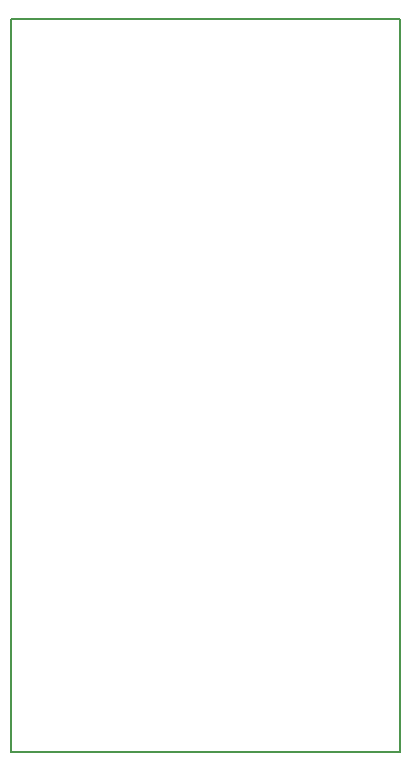
<source format=gbr>
G04 #@! TF.FileFunction,Profile,NP*
%FSLAX46Y46*%
G04 Gerber Fmt 4.6, Leading zero omitted, Abs format (unit mm)*
G04 Created by KiCad (PCBNEW 4.0.7-e2-6376~58~ubuntu16.04.1) date Wed Nov  1 22:14:58 2017*
%MOMM*%
%LPD*%
G01*
G04 APERTURE LIST*
%ADD10C,0.100000*%
%ADD11C,0.150000*%
G04 APERTURE END LIST*
D10*
D11*
X133000000Y-50000000D02*
X133000000Y-112000000D01*
X100000000Y-112000000D02*
X100000000Y-50000000D01*
X133000000Y-112000000D02*
X100000000Y-112000000D01*
X100000000Y-50000000D02*
X133000000Y-50000000D01*
M02*

</source>
